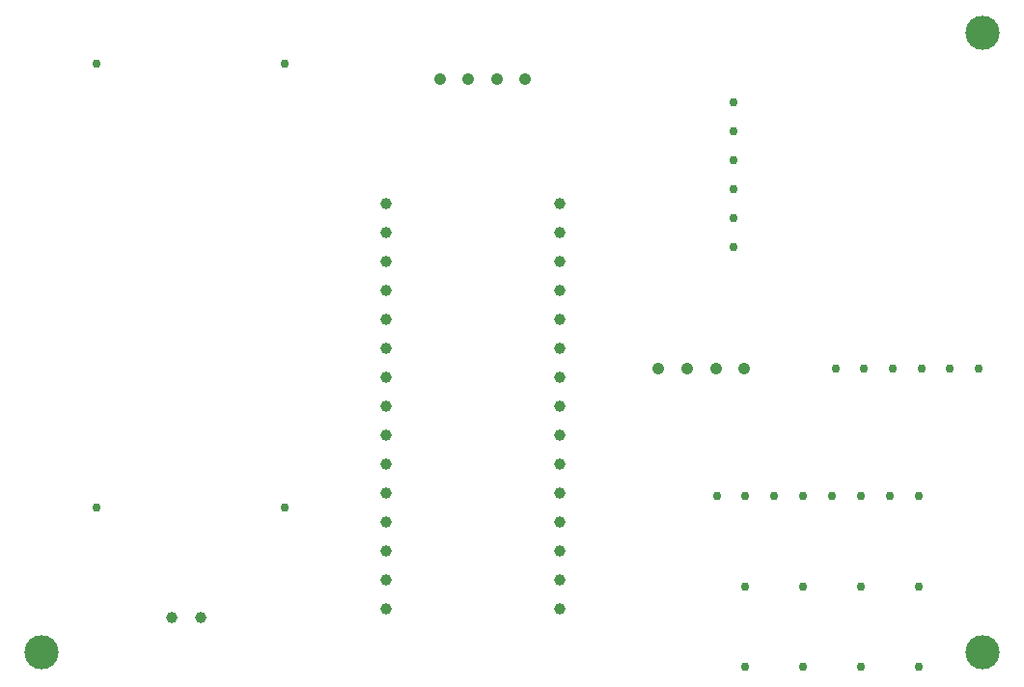
<source format=gbr>
%TF.GenerationSoftware,Altium Limited,Altium Designer,22.5.1 (42)*%
G04 Layer_Color=0*
%FSLAX45Y45*%
%MOMM*%
%TF.SameCoordinates,23F47D9D-8B9D-40EC-A212-7CA489FF55AC*%
%TF.FilePolarity,Positive*%
%TF.FileFunction,Plated,1,2,PTH,Drill*%
%TF.Part,Single*%
G01*
G75*
%TA.AperFunction,ComponentDrill*%
%ADD34C,0.76200*%
%ADD35C,3.00000*%
%ADD36C,0.75000*%
%ADD37C,1.06000*%
%ADD38C,1.00000*%
%ADD39C,0.76200*%
D34*
X15138400Y7391400D02*
D03*
Y7137400D02*
D03*
Y6883400D02*
D03*
Y6629400D02*
D03*
Y7645400D02*
D03*
Y7899400D02*
D03*
X16764000Y4445000D02*
D03*
X16510001D02*
D03*
X16256000D02*
D03*
X16002000D02*
D03*
X15748000D02*
D03*
X15494000D02*
D03*
X15239999D02*
D03*
X14994000D02*
D03*
X17285400Y5562900D02*
D03*
X17035400D02*
D03*
X16785400D02*
D03*
X16535400D02*
D03*
X16285400D02*
D03*
X16035400D02*
D03*
D35*
X17322800Y8509000D02*
D03*
X9067800Y3073400D02*
D03*
X17322800D02*
D03*
D36*
X16764000Y2952000D02*
D03*
Y3652000D02*
D03*
X16256000Y2952000D02*
D03*
Y3652000D02*
D03*
X15748000Y2952000D02*
D03*
Y3652000D02*
D03*
X15239999Y2952000D02*
D03*
Y3652000D02*
D03*
D37*
X14482001Y5562600D02*
D03*
X14732001D02*
D03*
X14982001D02*
D03*
X15232001D02*
D03*
X12562225Y8102600D02*
D03*
X12812225D02*
D03*
X13062225D02*
D03*
X13312225D02*
D03*
D38*
X10214800Y3378200D02*
D03*
X10464800D02*
D03*
X12090400Y3454400D02*
D03*
Y3708400D02*
D03*
Y3962400D02*
D03*
Y4216400D02*
D03*
Y4470400D02*
D03*
Y4724400D02*
D03*
Y4978400D02*
D03*
Y5232400D02*
D03*
Y5486400D02*
D03*
Y5740400D02*
D03*
Y5994400D02*
D03*
Y6248400D02*
D03*
Y6502400D02*
D03*
Y6756400D02*
D03*
Y7010400D02*
D03*
X13614400D02*
D03*
Y6756400D02*
D03*
Y6502400D02*
D03*
Y6248400D02*
D03*
Y5994400D02*
D03*
Y5740400D02*
D03*
Y5486400D02*
D03*
Y5232400D02*
D03*
Y4978400D02*
D03*
Y4724400D02*
D03*
Y4470400D02*
D03*
Y4216400D02*
D03*
Y3962400D02*
D03*
Y3708400D02*
D03*
Y3454400D02*
D03*
D39*
X9550400Y8243400D02*
D03*
X11200400Y4343400D02*
D03*
X9550400D02*
D03*
X11200400Y8243400D02*
D03*
%TF.MD5,83e5dfac20313a81b3e29a2599eb86c6*%
M02*

</source>
